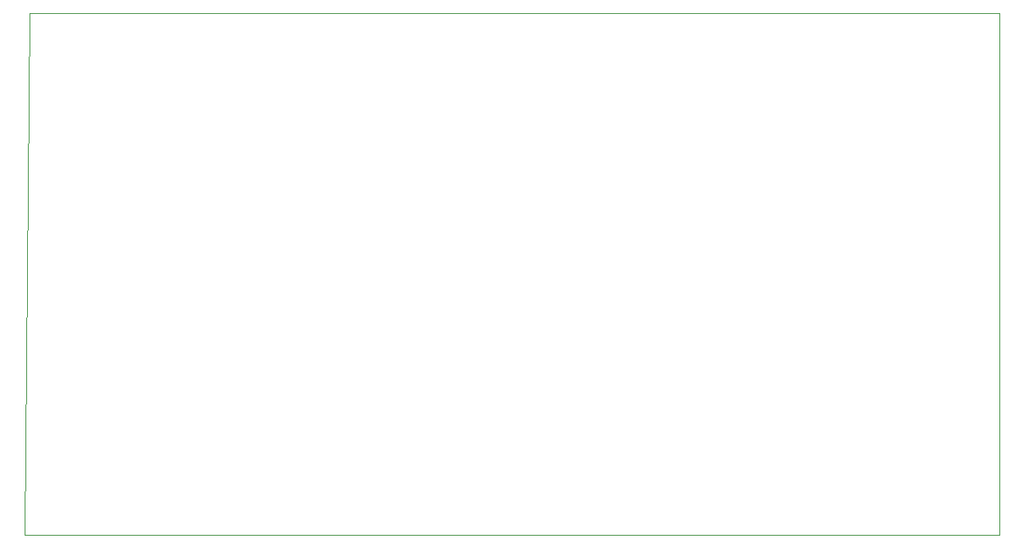
<source format=gbr>
%TF.GenerationSoftware,KiCad,Pcbnew,(5.1.10)-1*%
%TF.CreationDate,2021-11-10T11:22:42-03:00*%
%TF.ProjectId,circuito-cadeado,63697263-7569-4746-9f2d-636164656164,rev?*%
%TF.SameCoordinates,Original*%
%TF.FileFunction,Profile,NP*%
%FSLAX46Y46*%
G04 Gerber Fmt 4.6, Leading zero omitted, Abs format (unit mm)*
G04 Created by KiCad (PCBNEW (5.1.10)-1) date 2021-11-10 11:22:42*
%MOMM*%
%LPD*%
G01*
G04 APERTURE LIST*
%TA.AperFunction,Profile*%
%ADD10C,0.050000*%
%TD*%
G04 APERTURE END LIST*
D10*
X180848000Y-72644000D02*
X180340000Y-72644000D01*
X187960000Y-72644000D02*
X180848000Y-72644000D01*
X187960000Y-126492000D02*
X187960000Y-72644000D01*
X180848000Y-126492000D02*
X187960000Y-126492000D01*
X87376000Y-126492000D02*
X180848000Y-126492000D01*
X87884000Y-72644000D02*
X87376000Y-126492000D01*
X180340000Y-72644000D02*
X87884000Y-72644000D01*
M02*

</source>
